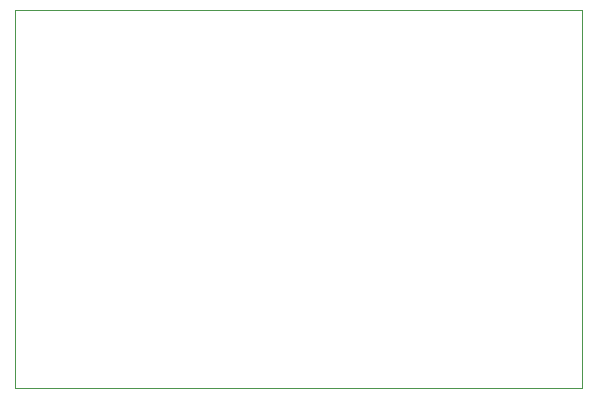
<source format=gbr>
%TF.GenerationSoftware,KiCad,Pcbnew,(6.0.2)*%
%TF.CreationDate,2022-03-14T22:27:08+01:00*%
%TF.ProjectId,OutemuTester,4f757465-6d75-4546-9573-7465722e6b69,rev?*%
%TF.SameCoordinates,Original*%
%TF.FileFunction,Profile,NP*%
%FSLAX46Y46*%
G04 Gerber Fmt 4.6, Leading zero omitted, Abs format (unit mm)*
G04 Created by KiCad (PCBNEW (6.0.2)) date 2022-03-14 22:27:08*
%MOMM*%
%LPD*%
G01*
G04 APERTURE LIST*
%TA.AperFunction,Profile*%
%ADD10C,0.100000*%
%TD*%
G04 APERTURE END LIST*
D10*
X107000000Y-73000000D02*
X107000000Y-105000000D01*
X155000000Y-73000000D02*
X107000000Y-73000000D01*
X107000000Y-105000000D02*
X155000000Y-105000000D01*
X155000000Y-105000000D02*
X155000000Y-73000000D01*
M02*

</source>
